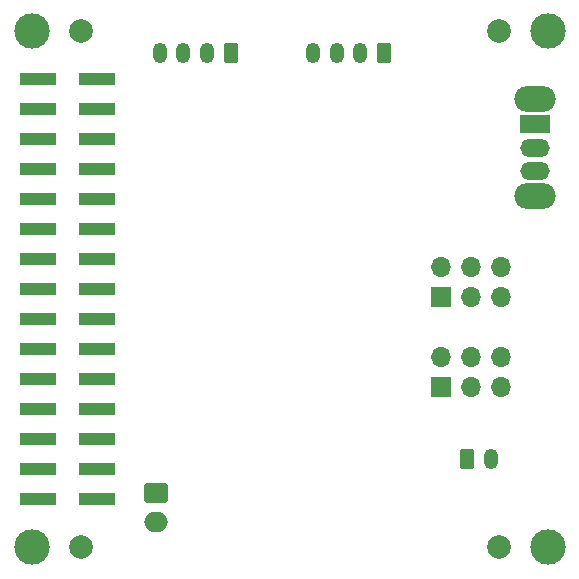
<source format=gbs>
G04 #@! TF.GenerationSoftware,KiCad,Pcbnew,7.0.6*
G04 #@! TF.CreationDate,2023-07-11T17:22:40+08:00*
G04 #@! TF.ProjectId,m5-pantilt,6d352d70-616e-4746-996c-742e6b696361,1*
G04 #@! TF.SameCoordinates,PX5f5e100PY5f5e100*
G04 #@! TF.FileFunction,Soldermask,Bot*
G04 #@! TF.FilePolarity,Negative*
%FSLAX46Y46*%
G04 Gerber Fmt 4.6, Leading zero omitted, Abs format (unit mm)*
G04 Created by KiCad (PCBNEW 7.0.6) date 2023-07-11 17:22:40*
%MOMM*%
%LPD*%
G01*
G04 APERTURE LIST*
G04 Aperture macros list*
%AMRoundRect*
0 Rectangle with rounded corners*
0 $1 Rounding radius*
0 $2 $3 $4 $5 $6 $7 $8 $9 X,Y pos of 4 corners*
0 Add a 4 corners polygon primitive as box body*
4,1,4,$2,$3,$4,$5,$6,$7,$8,$9,$2,$3,0*
0 Add four circle primitives for the rounded corners*
1,1,$1+$1,$2,$3*
1,1,$1+$1,$4,$5*
1,1,$1+$1,$6,$7*
1,1,$1+$1,$8,$9*
0 Add four rect primitives between the rounded corners*
20,1,$1+$1,$2,$3,$4,$5,0*
20,1,$1+$1,$4,$5,$6,$7,0*
20,1,$1+$1,$6,$7,$8,$9,0*
20,1,$1+$1,$8,$9,$2,$3,0*%
G04 Aperture macros list end*
%ADD10C,2.000000*%
%ADD11C,3.000000*%
%ADD12R,1.700000X1.700000*%
%ADD13O,1.700000X1.700000*%
%ADD14RoundRect,0.250000X0.350000X0.625000X-0.350000X0.625000X-0.350000X-0.625000X0.350000X-0.625000X0*%
%ADD15O,1.200000X1.750000*%
%ADD16RoundRect,0.250000X-0.350000X-0.625000X0.350000X-0.625000X0.350000X0.625000X-0.350000X0.625000X0*%
%ADD17RoundRect,0.250000X-0.750000X0.600000X-0.750000X-0.600000X0.750000X-0.600000X0.750000X0.600000X0*%
%ADD18O,2.000000X1.700000*%
%ADD19R,3.150000X1.000000*%
%ADD20O,2.500000X1.500000*%
%ADD21R,2.500000X1.500000*%
%ADD22O,3.500000X2.200000*%
G04 APERTURE END LIST*
D10*
X7300000Y3150000D03*
D11*
X3150000Y3150000D03*
D10*
X42700000Y3150000D03*
D11*
X46850000Y3150000D03*
D10*
X42700000Y46850000D03*
D11*
X46850000Y46850000D03*
D10*
X7300000Y46850000D03*
D11*
X3150000Y46850000D03*
D12*
X37846000Y16764000D03*
D13*
X37846000Y19304000D03*
X40386000Y16764000D03*
X40386000Y19304000D03*
X42926000Y16764000D03*
X42926000Y19304000D03*
X42926000Y26924000D03*
X42926000Y24384000D03*
X40386000Y26924000D03*
X40386000Y24384000D03*
X37846000Y26924000D03*
D12*
X37846000Y24384000D03*
D14*
X33000000Y45000000D03*
D15*
X31000000Y45000000D03*
X29000000Y45000000D03*
X27000000Y45000000D03*
D16*
X40060000Y10600000D03*
D15*
X42060000Y10600000D03*
D14*
X20000000Y45000000D03*
D15*
X18000000Y45000000D03*
X16000000Y45000000D03*
X14000000Y45000000D03*
D17*
X13700000Y7800000D03*
D18*
X13700000Y5300000D03*
D19*
X8725000Y42780000D03*
X3675000Y42780000D03*
X8725000Y40240000D03*
X3675000Y40240000D03*
X8725000Y37700000D03*
X3675000Y37700000D03*
X8725000Y35160000D03*
X3675000Y35160000D03*
X8725000Y32620000D03*
X3675000Y32620000D03*
X8725000Y30080000D03*
X3675000Y30080000D03*
X8725000Y27540000D03*
X3675000Y27540000D03*
X8725000Y25000000D03*
X3675000Y25000000D03*
X8725000Y22460000D03*
X3675000Y22460000D03*
X8725000Y19920000D03*
X3675000Y19920000D03*
X8725000Y17380000D03*
X3675000Y17380000D03*
X8725000Y14840000D03*
X3675000Y14840000D03*
X8725000Y12300000D03*
X3675000Y12300000D03*
X8725000Y9760000D03*
X3675000Y9760000D03*
X8725000Y7220000D03*
X3675000Y7220000D03*
D20*
X45800000Y35000000D03*
X45800000Y37000000D03*
D21*
X45800000Y39000000D03*
D22*
X45800000Y32900000D03*
X45800000Y41100000D03*
M02*

</source>
